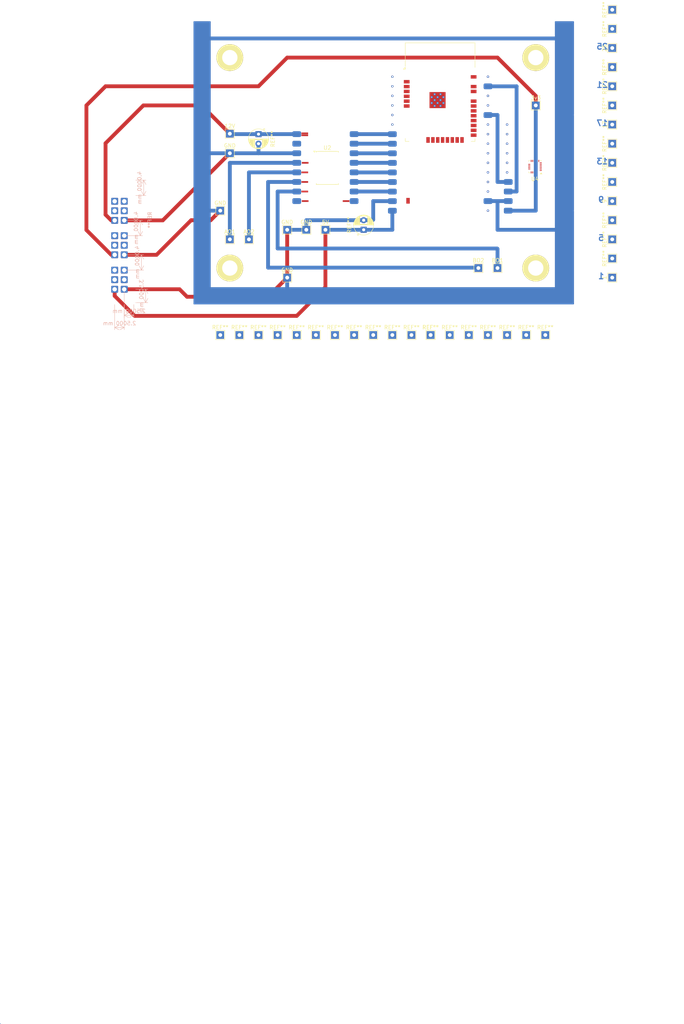
<source format=kicad_pcb>
(kicad_pcb (version 20240108) (generator "pcbnew") (generator_version "8.0")
  (layers (0 "F.Cu" signal) (31 "B.Cu" signal) (34 "B.Paste" user) (35 "F.Paste" user) (36 "B.SilkS" user "B.Silkscreen") (37 "F.SilkS" user "F.Silkscreen") (38 "B.Mask" user) (39 "F.Mask" user) (44 "Edge.Cuts" user))
  (net 0 "")
  (net 1 "PWMA")
  (net 2 "GND")
  (net 3 "PWMB")
  (net 9 "STBY")
  (net 14 "BIN2")
  (net 22 "BIN1")
  (net 24 "AIN2")
  (net 25 "AIN1")
  (net 28 "5V")
  (net 33 "SCL{slash}SCLK")
  (net 35 "SDA{slash}MOSI")
  (net 37 "AO2")
  (net 38 "AO1")
  (net 39 "BO2")
  (net 40 "12V")
  (net 41 "BO1")
  (net 45 "3v3")
  (footprint "TestPoint:TestPoint_THTPad_2.0x2.0mm_Drill1.0mm" (layer "F.Cu") (at 175 72.5 90)
    (property "Reference" "REF**" (at 0 -1.998 90) (layer "F.SilkS"))
    (property "Value" "TestPoint_THTPad_2.0x2.0mm_Drill1.0mm")
    (pad "1" thru_hole rect (at 0 0 90) (size 2 2) (drill 1) (layers "*.Cu" "*.Mask"))
  )
  (footprint "TestPoint:TestPoint_THTPad_2.0x2.0mm_Drill1.0mm" (layer "F.Cu") (at 102.5 102.5)
    (property "Reference" "REF**" (at 0 -1.998 0) (layer "F.SilkS"))
    (property "Value" "TestPoint_THTPad_2.0x2.0mm_Drill1.0mm")
    (pad "1" thru_hole rect (at 0 0) (size 2 2) (drill 1) (layers "*.Cu" "*.Mask"))
  )
  (footprint "TestPoint:TestPoint_THTPad_2.0x2.0mm_Drill1.0mm" (layer "F.Cu") (at 92.5 102.5)
    (property "Reference" "REF**" (at 0 -1.998 0) (layer "F.SilkS"))
    (property "Value" "TestPoint_THTPad_2.0x2.0mm_Drill1.0mm")
    (pad "1" thru_hole rect (at 0 0) (size 2 2) (drill 1) (layers "*.Cu" "*.Mask"))
  )
  (footprint "TestPoint:TestPoint_THTPad_2.0x2.0mm_Drill1.0mm" (layer "F.Cu") (at 175 47.5 90)
    (property "Reference" "17" (at 0 -1.998 90) (layer "F.SilkS"))
    (property "Value" "TestPoint_THTPad_2.0x2.0mm_Drill1.0mm")
    (pad "1" thru_hole rect (at 0 0 90) (size 2 2) (drill 1) (layers "*.Cu" "*.Mask"))
  )
  (footprint "TestPoint:TestPoint_THTPad_2.0x2.0mm_Drill1.0mm" (layer "F.Cu") (at 100 75)
    (property "Reference" "5V" (at 0 -1.998 0) (layer "F.SilkS"))
    (property "Value" "TestPoint_THTPad_2.0x2.0mm_Drill1.0mm")
    (pad "1" thru_hole rect (at 0 0) (size 2 2) (drill 1) (layers "*.Cu" "*.Mask") (net 28 "5V"))
  )
  (footprint "ProyectoTdL:UnTornillo" (layer "F.Cu") (at 75 85)
    (property "Reference" "XA1" (hide yes))
    (property "Value" "Conn_PonchoMP_2x_20x2" (hide yes))
    (pad "~" thru_hole circle (at 0 0) (size 7 7) (drill 4) (layers "*.Cu" "*.Mask" "F.SilkS"))
  )
  (footprint "TestPoint:TestPoint_THTPad_2.0x2.0mm_Drill1.0mm" (layer "F.Cu") (at 152.5 102.5)
    (property "Reference" "REF**" (at 0 -1.998 0) (layer "F.SilkS"))
    (property "Value" "TestPoint_THTPad_2.0x2.0mm_Drill1.0mm")
    (pad "1" thru_hole rect (at 0 0) (size 2 2) (drill 1) (layers "*.Cu" "*.Mask"))
  )
  (footprint "Capacitor_THT:CP_Radial_D5.0mm_P2.50mm" (layer "F.Cu") (at 82.5 50 -90)
    (property "Reference" "REF**" (at 1.25 -3.75 90) (layer "F.SilkS"))
    (property "Value" "CP_Radial_D5.0mm_P2.50mm")
    (pad "1" thru_hole rect (at 0 0 270) (size 1.6 1.6) (drill 0.8) (layers "*.Cu" "*.Mask") (net 40 "12V"))
    (pad "2" thru_hole circle (at 2.5 0 270) (size 1.6 1.6) (drill 0.8) (layers "*.Cu" "*.Mask") (net 2 "GND"))
  )
  (footprint "TestPoint:TestPoint_THTPad_2.0x2.0mm_Drill1.0mm" (layer "F.Cu") (at 175 27.5 90)
    (property "Reference" "25" (at 0 -1.998 90) (layer "F.SilkS"))
    (property "Value" "TestPoint_THTPad_2.0x2.0mm_Drill1.0mm" (hide yes))
    (pad "1" thru_hole rect (at 0 0 90) (size 2 2) (drill 1) (layers "*.Cu" "*.Mask"))
  )
  (footprint "TestPoint:TestPoint_THTPad_2.0x2.0mm_Drill1.0mm" (layer "F.Cu") (at 107.5 102.5)
    (property "Reference" "REF**" (at 0 -1.998 0) (layer "F.SilkS"))
    (property "Value" "TestPoint_THTPad_2.0x2.0mm_Drill1.0mm")
    (pad "1" thru_hole rect (at 0 0) (size 2 2) (drill 1) (layers "*.Cu" "*.Mask"))
  )
  (footprint "TestPoint:TestPoint_THTPad_2.0x2.0mm_Drill1.0mm" (layer "F.Cu") (at 175 77.5 90)
    (property "Reference" "REF**" (at 0 -1.998 90) (layer "F.SilkS"))
    (property "Value" "TestPoint_THTPad_2.0x2.0mm_Drill1.0mm")
    (pad "1" thru_hole rect (at 0 0 90) (size 2 2) (drill 1) (layers "*.Cu" "*.Mask"))
  )
  (footprint "TestPoint:TestPoint_THTPad_2.0x2.0mm_Drill1.0mm" (layer "F.Cu") (at 175 57.5 90)
    (property "Reference" "REF**" (at 0 -1.998 90) (layer "F.SilkS"))
    (property "Value" "TestPoint_THTPad_2.0x2.0mm_Drill1.0mm")
    (pad "1" thru_hole rect (at 0 0 90) (size 2 2) (drill 1) (layers "*.Cu" "*.Mask"))
  )
  (footprint "TestPoint:TestPoint_THTPad_2.0x2.0mm_Drill1.0mm" (layer "F.Cu") (at 175 67.5 90)
    (property "Reference" "9" (at 0 -1.998 90) (layer "F.SilkS"))
    (property "Value" "TestPoint_THTPad_2.0x2.0mm_Drill1.0mm")
    (pad "1" thru_hole rect (at 0 0 90) (size 2 2) (drill 1) (layers "*.Cu" "*.Mask"))
  )
  (footprint "TestPoint:TestPoint_THTPad_2.0x2.0mm_Drill1.0mm" (layer "F.Cu") (at 80 77.5)
    (property "Reference" "AO2" (at 0 -1.998 0) (layer "F.SilkS"))
    (property "Value" "TestPoint_THTPad_2.0x2.0mm_Drill1.0mm")
    (pad "1" thru_hole rect (at 0 0) (size 2 2) (drill 1) (layers "*.Cu" "*.Mask") (net 37 "AO2"))
  )
  (footprint "TestPoint:TestPoint_THTPad_2.0x2.0mm_Drill1.0mm" (layer "F.Cu") (at 175 22.5 90)
    (property "Reference" "REF**" (at 0 -1.998 90) (layer "F.SilkS"))
    (property "Value" "TestPoint_THTPad_2.0x2.0mm_Drill1.0mm" (hide yes))
    (pad "1" thru_hole rect (at 0 0 90) (size 2 2) (drill 1) (layers "*.Cu" "*.Mask"))
  )
  (footprint "ProyectoTdL:UnTornillo" (layer "F.Cu") (at 75 30)
    (property "Reference" "XA1" (hide yes))
    (property "Value" "Conn_PonchoMP_2x_20x2" (hide yes))
    (pad "~" thru_hole circle (at 0 0) (size 7 7) (drill 4) (layers "*.Cu" "*.Mask" "F.SilkS"))
  )
  (footprint "TestPoint:TestPoint_THTPad_2.0x2.0mm_Drill1.0mm" (layer "F.Cu") (at 87.5 102.5)
    (property "Reference" "REF**" (at 0 -1.998 0) (layer "F.SilkS"))
    (property "Value" "TestPoint_THTPad_2.0x2.0mm_Drill1.0mm")
    (pad "1" thru_hole rect (at 0 0) (size 2 2) (drill 1) (layers "*.Cu" "*.Mask"))
  )
  (footprint "TestPoint:TestPoint_THTPad_2.0x2.0mm_Drill1.0mm" (layer "F.Cu") (at 175 32.5 90)
    (property "Reference" "REF**" (at 0 -1.998 90) (layer "F.SilkS"))
    (property "Value" "TestPoint_THTPad_2.0x2.0mm_Drill1.0mm")
    (pad "1" thru_hole rect (at 0 0 90) (size 2 2) (drill 1) (layers "*.Cu" "*.Mask"))
  )
  (footprint "RF_Module:ESP32-WROOM-32" (layer "F.Cu") (at 130 42.01758)
    (property "Reference" "U1" (hide yes))
    (property "Value" "ESP32-WROOM-32")
    (pad "1" smd roundrect (at -12.5 25.5) (size 2.286 1.524) (layers "B.Cu" "B.Paste" "B.Mask") (net 2 "GND"))
    (pad "2" smd roundrect (at -12.5 28) (size 2.286 1.524) (layers "B.Cu" "B.Paste" "B.Mask") (net 28 "5V"))
    (pad "3" smd rect (at -8.75 -5.71) (size 1.5 0.9) (layers "F.Cu" "F.Paste" "F.Mask"))
    (pad "4" smd rect (at -8.75 -4.44) (size 1.5 0.9) (layers "F.Cu" "F.Paste" "F.Mask"))
    (pad "5" smd rect (at -8.75 -3.17) (size 1.5 0.9) (layers "F.Cu" "F.Paste" "F.Mask"))
    (pad "6" smd rect (at -8.75 -1.9) (size 1.5 0.9) (layers "F.Cu" "F.Paste" "F.Mask"))
    (pad "7" smd rect (at -8.75 -0.63) (size 1.5 0.9) (layers "F.Cu" "F.Paste" "F.Mask"))
    (pad "8" smd rect (at -8.75 0.64) (size 1.5 0.9) (layers "F.Cu" "F.Paste" "F.Mask"))
    (pad "9" smd roundrect (at -12.5 8) (size 2.286 1.524) (layers "B.Cu" "B.Paste" "B.Mask") (net 1 "PWMA"))
    (pad "10" smd roundrect (at -12.5 10.5) (size 2.286 1.524) (layers "B.Cu" "B.Paste" "B.Mask") (net 24 "AIN2"))
    (pad "11" smd roundrect (at -12.5 13) (size 2.286 1.524) (layers "B.Cu" "B.Paste" "B.Mask") (net 25 "AIN1"))
    (pad "12" smd roundrect (at -12.5 15.5) (size 2.286 1.524) (layers "B.Cu" "B.Paste" "B.Mask") (net 9 "STBY"))
    (pad "13" smd roundrect (at -12.5 18) (size 2.286 1.524) (layers "B.Cu" "B.Paste" "B.Mask") (net 22 "BIN1"))
    (pad "14" smd roundrect (at -12.5 20.5) (size 2.286 1.524) (layers "B.Cu" "B.Paste" "B.Mask") (net 14 "BIN2"))
    (pad "15" smd rect (at -8.4 25.4 90) (size 1.5 0.9) (layers "F.Cu" "F.Paste" "F.Mask") (net 2 "GND"))
    (pad "16" smd roundrect (at -12.5 23) (size 2.286 1.524) (layers "B.Cu" "B.Paste" "B.Mask") (net 3 "PWMB"))
    (pad "17" smd rect (at -3.17 9.51 90) (size 1.5 0.9) (layers "F.Cu" "F.Paste" "F.Mask"))
    (pad "18" smd rect (at -1.9 9.51 90) (size 1.5 0.9) (layers "F.Cu" "F.Paste" "F.Mask"))
    (pad "19" smd rect (at -0.63 9.51 90) (size 1.5 0.9) (layers "F.Cu" "F.Paste" "F.Mask"))
    (pad "20" smd rect (at 0.64 9.51 90) (size 1.5 0.9) (layers "F.Cu" "F.Paste" "F.Mask"))
    (pad "21" smd rect (at 1.91 9.51 90) (size 1.5 0.9) (layers "F.Cu" "F.Paste" "F.Mask"))
    (pad "22" smd rect (at 3.18 9.51 90) (size 1.5 0.9) (layers "F.Cu" "F.Paste" "F.Mask"))
    (pad "23" smd rect (at 4.45 9.51 90) (size 1.5 0.9) (layers "F.Cu" "F.Paste" "F.Mask"))
    (pad "24" smd rect (at 5.72 9.51 90) (size 1.5 0.9) (layers "F.Cu" "F.Paste" "F.Mask"))
    (pad "25" smd rect (at 8.75 8.26) (size 1.5 0.9) (layers "F.Cu" "F.Paste" "F.Mask"))
    (pad "26" smd rect (at 8.75 6.99) (size 1.5 0.9) (layers "F.Cu" "F.Paste" "F.Mask"))
    (pad "27" smd rect (at 8.75 5.72) (size 1.5 0.9) (layers "F.Cu" "F.Paste" "F.Mask"))
    (pad "28" smd rect (at 8.75 4.45) (size 1.5 0.9) (layers "F.Cu" "F.Paste" "F.Mask"))
    (pad "29" smd rect (at 8.75 3.18) (size 1.5 0.9) (layers "F.Cu" "F.Paste" "F.Mask"))
    (pad "30" smd rect (at 8.75 1.91) (size 1.5 0.9) (layers "F.Cu" "F.Paste" "F.Mask"))
    (pad "31" smd rect (at 8.75 0.64) (size 1.5 0.9) (layers "F.Cu" "F.Paste" "F.Mask"))
    (pad "32" smd rect (at 8.75 -0.63) (size 1.5 0.9) (layers "F.Cu" "F.Paste" "F.Mask"))
    (pad "33" smd roundrect (at 12.5 3) (size 2.286 1.524) (layers "B.Cu" "B.Paste" "B.Mask") (net 35 "SDA{slash}MOSI"))
    (pad "34" smd rect (at 8.75 -3.17) (size 1.5 0.9) (layers "F.Cu" "F.Paste" "F.Mask"))
    (pad "35" smd rect (at 8.75 -4.44) (size 1.5 0.9) (layers "F.Cu" "F.Paste" "F.Mask"))
    (pad "36" smd roundrect (at 12.5 -4.5) (size 2.286 1.524) (layers "B.Cu" "B.Paste" "B.Mask") (net 33 "SCL{slash}SCLK"))
    (pad "37" smd rect (at 8.75 -6.98) (size 1.5 0.9) (layers "F.Cu" "F.Paste" "F.Mask"))
    (pad "38" smd roundrect (at 12.5 25.4824) (size 2.286 1.524) (layers "B.Cu" "B.Paste" "B.Mask") (net 2 "GND"))
    (pad "39" smd rect (at -2.205 -2.435) (size 1.05 1.05) (layers "F.Cu" "F.Paste") (net 2 "GND"))
    (pad "39" thru_hole circle (at -2.205 -1.6725) (size 0.6 0.6) (drill 0.2) (property pad_prop_heatsink) (layers "*.Cu" "F.Mask") (net 2 "GND"))
    (pad "39" smd rect (at -2.205 -0.91) (size 1.05 1.05) (layers "F.Cu" "F.Paste") (net 2 "GND"))
    (pad "39" thru_hole circle (at -2.205 -0.1475) (size 0.6 0.6) (drill 0.2) (property pad_prop_heatsink) (layers "*.Cu" "F.Mask") (net 2 "GND"))
    (pad "39" smd rect (at -2.205 0.615) (size 1.05 1.05) (layers "F.Cu" "F.Paste") (net 2 "GND"))
    (pad "39" thru_hole circle (at -1.4425 -2.435) (size 0.6 0.6) (drill 0.2) (property pad_prop_heatsink) (layers "*.Cu" "F.Mask") (net 2 "GND"))
    (pad "39" thru_hole circle (at -1.4425 -0.91) (size 0.6 0.6) (drill 0.2) (property pad_prop_heatsink) (layers "*.Cu" "F.Mask") (net 2 "GND"))
    (pad "39" thru_hole circle (at -1.4425 0.615) (size 0.6 0.6) (drill 0.2) (property pad_prop_heatsink) (layers "*.Cu" "F.Mask") (net 2 "GND"))
    (pad "39" smd rect (at -0.68 -2.435) (size 1.05 1.05) (layers "F.Cu" "F.Paste") (net 2 "GND"))
    (pad "39" thru_hole circle (at -0.68 -1.6725) (size 0.6 0.6) (drill 0.2) (property pad_prop_heatsink) (layers "*.Cu" "F.Mask") (net 2 "GND"))
    (pad "39" smd rect (at -0.68 -0.91) (size 1.05 1.05) (layers "F.Cu" "F.Paste") (net 2 "GND"))
    (pad "39" smd rect (at -0.68 -0.91) (size 4.2 4.2) (layers "F.Cu" "F.Mask") (net 2 "GND"))
    (pad "39" thru_hole circle (at -0.68 -0.1475) (size 0.6 0.6) (drill 0.2) (property pad_prop_heatsink) (layers "*.Cu" "F.Mask") (net 2 "GND"))
    (pad "39" smd rect (at -0.68 0.615) (size 1.05 1.05) (layers "F.Cu" "F.Paste") (net 2 "GND"))
    (pad "39" thru_hole circle (at 0.0825 -2.435) (size 0.6 0.6) (drill 0.2) (property pad_prop_heatsink) (layers "*.Cu" "F.Mask") (net 2 "GND"))
    (pad "39" thru_hole circle (at 0.0825 -0.91) (size 0.6 0.6) (drill 0.2) (property pad_prop_heatsink) (layers "*.Cu" "F.Mask") (net 2 "GND"))
    (pad "39" thru_hole circle (at 0.0825 0.615) (size 0.6 0.6) (drill 0.2) (property pad_prop_heatsink) (layers "*.Cu" "F.Mask") (net 2 "GND"))
    (pad "39" smd rect (at 0.845 -2.435) (size 1.05 1.05) (layers "F.Cu" "F.Paste") (net 2 "GND"))
    (pad "39" thru_hole circle (at 0.845 -1.6725) (size 0.6 0.6) (drill 0.2) (property pad_prop_heatsink) (layers "*.Cu" "F.Mask") (net 2 "GND"))
    (pad "39" smd rect (at 0.845 -0.91) (size 1.05 1.05) (layers "F.Cu" "F.Paste") (net 2 "GND"))
    (pad "39" thru_hole circle (at 0.845 -0.1475) (size 0.6 0.6) (drill 0.2) (property pad_prop_heatsink) (layers "*.Cu" "F.Mask") (net 2 "GND"))
    (pad "39" smd rect (at 0.845 0.615) (size 1.05 1.05) (layers "F.Cu" "F.Paste") (net 2 "GND"))
  )
  (footprint "TestPoint:TestPoint_THTPad_2.0x2.0mm_Drill1.0mm" (layer "F.Cu") (at 75 49.89093)
    (property "Reference" "12V" (at 0 -1.998 0) (layer "F.SilkS"))
    (property "Value" "TestPoint_THTPad_2.0x2.0mm_Drill1.0mm")
    (pad "1" thru_hole rect (at 0 0) (size 2 2) (drill 1) (layers "*.Cu" "*.Mask") (net 40 "12V"))
  )
  (footprint "TestPoint:TestPoint_THTPad_2.0x2.0mm_Drill1.0mm" (layer "F.Cu") (at 90 75)
    (property "Reference" "GND" (at 0 -1.998 0) (layer "F.SilkS"))
    (property "Value" "TestPoint_THTPad_2.0x2.0mm_Drill1.0mm")
    (pad "1" thru_hole rect (at 0 0) (size 2 2) (drill 1) (layers "*.Cu" "*.Mask") (net 2 "GND"))
  )
  (footprint "TestPoint:TestPoint_THTPad_2.0x2.0mm_Drill1.0mm" (layer "F.Cu") (at 175 62.5 90)
    (property "Reference" "REF**" (at 0 -1.998 90) (layer "F.SilkS"))
    (property "Value" "TestPoint_THTPad_2.0x2.0mm_Drill1.0mm")
    (pad "1" thru_hole rect (at 0 0 90) (size 2 2) (drill 1) (layers "*.Cu" "*.Mask"))
  )
  (footprint "ProyectoTdL:UnTornillo" (layer "F.Cu") (at 155 30)
    (property "Reference" "XA1" (hide yes))
    (property "Value" "Conn_PonchoMP_2x_20x2" (hide yes))
    (pad "~" thru_hole circle (at 0 0) (size 7 7) (drill 4) (layers "*.Cu" "*.Mask" "F.SilkS"))
  )
  (footprint "TestPoint:TestPoint_THTPad_2.0x2.0mm_Drill1.0mm" (layer "F.Cu") (at 72.5 70)
    (property "Reference" "GND" (at 0 -1.998 0) (layer "F.SilkS"))
    (property "Value" "TestPoint_THTPad_2.0x2.0mm_Drill1.0mm")
    (pad "1" thru_hole rect (at 0 0) (size 2 2) (drill 1) (layers "*.Cu" "*.Mask") (net 2 "GND"))
  )
  (footprint "TestPoint:TestPoint_THTPad_2.0x2.0mm_Drill1.0mm" (layer "F.Cu") (at 72.5 102.5)
    (property "Reference" "REF**" (at 0 -1.998 0) (layer "F.SilkS"))
    (property "Value" "TestPoint_THTPad_2.0x2.0mm_Drill1.0mm")
    (pad "1" thru_hole rect (at 0 0) (size 2 2) (drill 1) (layers "*.Cu" "*.Mask"))
  )
  (footprint "TestPoint:TestPoint_THTPad_2.0x2.0mm_Drill1.0mm" (layer "F.Cu") (at 90 87.5)
    (property "Reference" "GND" (at 0 -1.998 0) (layer "F.SilkS"))
    (property "Value" "TestPoint_THTPad_2.0x2.0mm_Drill1.0mm")
    (pad "1" thru_hole rect (at 0 0) (size 2 2) (drill 1) (layers "*.Cu" "*.Mask") (net 2 "GND"))
  )
  (footprint "TestPoint:TestPoint_THTPad_2.0x2.0mm_Drill1.0mm" (layer "F.Cu") (at 75 55)
    (property "Reference" "GND" (at 0 -1.998 0) (layer "F.SilkS"))
    (property "Value" "TestPoint_THTPad_2.0x2.0mm_Drill1.0mm")
    (pad "1" thru_hole rect (at 0 0) (size 2 2) (drill 1) (layers "*.Cu" "*.Mask") (net 2 "GND"))
  )
  (footprint "Capacitor_THT:CP_Radial_D5.0mm_P2.50mm" (layer "F.Cu") (at 110 75 90)
    (property "Reference" "REF**" (at 1.25 -3.75 90) (layer "F.SilkS"))
    (property "Value" "CP_Radial_D5.0mm_P2.50mm")
    (pad "1" thru_hole rect (at 0 0 90) (size 1.6 1.6) (drill 0.8) (layers "*.Cu" "*.Mask" "Eco1.User") (net 28 "5V"))
    (pad "2" thru_hole circle (at 2.5 0 90) (size 1.6 1.6) (drill 0.8) (layers "*.Cu" "*.Mask") (net 2 "GND"))
  )
  (footprint "TestPoint:TestPoint_THTPad_2.0x2.0mm_Drill1.0mm" (layer "F.Cu") (at 127.5 102.5)
    (property "Reference" "REF**" (at 0 -1.998 0) (layer "F.SilkS"))
    (property "Value" "TestPoint_THTPad_2.0x2.0mm_Drill1.0mm")
    (pad "1" thru_hole rect (at 0 0) (size 2 2) (drill 1) (layers "*.Cu" "*.Mask"))
  )
  (footprint "TestPoint:TestPoint_THTPad_2.0x2.0mm_Drill1.0mm" (layer "F.Cu") (at 117.5 102.5)
    (property "Reference" "REF**" (at 0 -1.998 0) (layer "F.SilkS"))
    (property "Value" "TestPoint_THTPad_2.0x2.0mm_Drill1.0mm")
    (pad "1" thru_hole rect (at 0 0) (size 2 2) (drill 1) (layers "*.Cu" "*.Mask"))
  )
  (footprint "TestPoint:TestPoint_THTPad_2.0x2.0mm_Drill1.0mm" (layer "F.Cu") (at 97.5 102.5)
    (property "Reference" "REF**" (at 0 -1.998 0) (layer "F.SilkS"))
    (property "Value" "TestPoint_THTPad_2.0x2.0mm_Drill1.0mm")
    (pad "1" thru_hole rect (at 0 0) (size 2 2) (drill 1) (layers "*.Cu" "*.Mask"))
  )
  (footprint "TestPoint:TestPoint_THTPad_2.0x2.0mm_Drill1.0mm" (layer "F.Cu") (at 155 42.5)
    (property "Reference" "3v3" (at 0 -1.998 0) (layer "F.SilkS"))
    (property "Value" "TestPoint_THTPad_2.0x2.0mm_Drill1.0mm")
    (pad "1" thru_hole rect (at 0 0) (size 2 2) (drill 1) (layers "*.Cu" "*.Mask") (net 45 "3v3"))
  )
  (footprint "TestPoint:TestPoint_THTPad_2.0x2.0mm_Drill1.0mm" (layer "F.Cu") (at 175 82.5 90)
    (property "Reference" "REF**" (at 0 -1.998 90) (layer "F.SilkS"))
    (property "Value" "TestPoint_THTPad_2.0x2.0mm_Drill1.0mm")
    (pad "1" thru_hole rect (at 0 0 90) (size 2 2) (drill 1) (layers "*.Cu" "*.Mask"))
  )
  (footprint "TestPoint:TestPoint_THTPad_2.0x2.0mm_Drill1.0mm" (layer "F.Cu") (at 95 75)
    (property "Reference" "GND" (at 0 -1.998 0) (layer "F.SilkS"))
    (property "Value" "TestPoint_THTPad_2.0x2.0mm_Drill1.0mm")
    (pad "1" thru_hole rect (at 0 0) (size 2 2) (drill 1) (layers "*.Cu" "*.Mask") (net 2 "GND"))
  )
  (footprint "TestPoint:TestPoint_THTPad_2.0x2.0mm_Drill1.0mm" (layer "F.Cu") (at 122.5 102.5)
    (property "Reference" "REF**" (at 0 -1.998 0) (layer "F.SilkS"))
    (property "Value" "TestPoint_THTPad_2.0x2.0mm_Drill1.0mm")
    (pad "1" thru_hole rect (at 0 0) (size 2 2) (drill 1) (layers "*.Cu" "*.Mask"))
  )
  (footprint "Package_SO:SSOP-24_5.3x8.2mm_P0.65mm" (layer "F.Cu") (at 103.2 64.7)
    (property "Reference" "U2" (at -2.7 -11.125 0) (layer "F.SilkS"))
    (property "Value" "TB6612FNG")
    (pad "1" smd roundrect (at -10.7 -7.2) (size 2.286 1.524) (layers "B.Cu" "B.Paste" "B.Mask") (net 38 "AO1"))
    (pad "2" smd rect (at -8.5 -7.2) (size 1.75 0.45) (layers "F.Cu" "F.Paste" "F.Mask") (net 38 "AO1"))
    (pad "3" smd roundrect (at -10.7 2.8) (size 2.286 1.524) (layers "B.Cu" "B.Paste" "B.Mask") (net 2 "GND"))
    (pad "4" smd rect (at -8.5 2.8) (size 1.75 0.45) (layers "F.Cu" "F.Paste" "F.Mask") (net 2 "GND"))
    (pad "5" smd roundrect (at -10.7 -4.7) (size 2.286 1.524) (layers "B.Cu" "B.Paste" "B.Mask") (net 37 "AO2"))
    (pad "6" smd rect (at -8.6 -4.7) (size 1.75 0.45) (layers "F.Cu" "F.Paste" "F.Mask") (net 37 "AO2"))
    (pad "7" smd roundrect (at -10.7 -2.2) (size 2.286 1.524) (layers "B.Cu" "B.Paste" "B.Mask") (net 39 "BO2"))
    (pad "8" smd rect (at -8.6 -2.2) (size 1.75 0.45) (layers "F.Cu" "F.Paste" "F.Mask") (net 39 "BO2"))
    (pad "9" smd roundrect (at 4.3 2.8) (size 2.286 1.524) (layers "B.Cu" "B.Paste" "B.Mask") (net 2 "GND"))
    (pad "10" smd rect (at 2.2 2.8) (size 1.75 0.45) (layers "F.Cu" "F.Paste" "F.Mask") (net 2 "GND"))
    (pad "11" smd roundrect (at -10.7 0.3) (size 2.286 1.524) (layers "B.Cu" "B.Paste" "B.Mask") (net 41 "BO1"))
    (pad "12" smd rect (at -8.6 0.3) (size 1.75 0.45) (layers "F.Cu" "F.Paste" "F.Mask") (net 41 "BO1"))
    (pad "13" smd rect (at -8.6 -14.4) (size 1.75 0.45) (layers "F.Cu" "F.Paste" "F.Mask") (net 40 "12V"))
    (pad "14" smd rect (at -8.6 -14.9) (size 1.75 0.45) (layers "F.Cu" "F.Paste" "F.Mask") (net 40 "12V"))
    (pad "15" smd roundrect (at 4.3 0.3) (size 2.286 1.524) (layers "B.Cu" "B.Paste" "B.Mask") (net 3 "PWMB"))
    (pad "16" smd roundrect (at 4.3 -2.2) (size 2.286 1.524) (layers "B.Cu" "B.Paste" "B.Mask") (net 14 "BIN2"))
    (pad "17" smd roundrect (at 4.3 -4.7) (size 2.286 1.524) (layers "B.Cu" "B.Paste" "B.Mask") (net 22 "BIN1"))
    (pad "18" smd roundrect (at -10.7 -9.7) (size 2.286 1.524) (layers "B.Cu" "B.Paste" "B.Mask") (net 2 "GND"))
    (pad "19" smd roundrect (at 4.3 -7.2) (size 2.286 1.524) (layers "B.Cu" "B.Paste" "B.Mask") (net 9 "STBY"))
    (pad "20" smd roundrect (at -10.7 -12.2) (size 2.286 1.524) (layers "B.Cu" "B.Paste" "B.Mask"))
    (pad "21" smd roundrect (at 4.3 -9.7) (size 2.286 1.524) (layers "B.Cu" "B.Paste" "B.Mask") (net 25 "AIN1"))
    (pad "22" smd roundrect (at 4.3 -12.2) (size 2.286 1.524) (layers "B.Cu" "B.Paste" "B.Mask") (net 24 "AIN2"))
    (pad "23" smd roundrect (at 4.3 -14.7) (size 2.286 1.524) (layers "B.Cu" "B.Paste" "B.Mask") (net 1 "PWMA"))
    (pad "24" smd roundrect (at -10.7 -14.7) (size 2.286 1.524) (layers "B.Cu" "B.Paste" "B.Mask") (net 40 "12V"))
  )
  (footprint "TestPoint:TestPoint_THTPad_2.0x2.0mm_Drill1.0mm" (layer "F.Cu") (at 140 85)
    (property "Reference" "BO2" (at 0 -1.998 0) (layer "F.SilkS"))
    (property "Value" "TestPoint_THTPad_2.0x2.0mm_Drill1.0mm")
    (pad "1" thru_hole rect (at 0 0) (size 2 2) (drill 1) (layers "*.Cu" "*.Mask") (net 39 "BO2"))
  )
  (footprint "TestPoint:TestPoint_THTPad_2.0x2.0mm_Drill1.0mm" (layer "F.Cu") (at 132.5 102.5)
    (property "Reference" "REF**" (at 0 -1.998 0) (layer "F.SilkS"))
    (property "Value" "TestPoint_THTPad_2.0x2.0mm_Drill1.0mm")
    (pad "1" thru_hole rect (at 0 0) (size 2 2) (drill 1) (layers "*.Cu" "*.Mask"))
  )
  (footprint "ProyectoTdL:UnTornillo" (layer "F.Cu") (at 155 85)
    (property "Reference" "XA1" (hide yes))
    (property "Value" "Conn_PonchoMP_2x_20x2" (hide yes))
    (pad "~" thru_hole circle (at 0 0) (size 7 7) (drill 4) (layers "*.Cu" "*.Mask" "F.SilkS"))
  )
  (footprint "TestPoint:TestPoint_THTPad_2.0x2.0mm_Drill1.0mm" (layer "F.Cu") (at 127.5 102.5)
    (property "Reference" "REF**" (at 0 -1.998 0) (layer "F.SilkS"))
    (property "Value" "TestPoint_THTPad_2.0x2.0mm_Drill1.0mm")
    (pad "1" thru_hole rect (at 0 0) (size 2 2) (drill 1) (layers "*.Cu" "*.Mask"))
  )
  (footprint "TestPoint:TestPoint_THTPad_2.0x2.0mm_Drill1.0mm" (layer "F.Cu") (at 147.5 102.5)
    (property "Reference" "REF**" (at 0 -1.998 0) (layer "F.SilkS"))
    (property "Value" "TestPoint_THTPad_2.0x2.0mm_Drill1.0mm")
    (pad "1" thru_hole rect (at 0 0) (size 2 2) (drill 1) (layers "*.Cu" "*.Mask"))
  )
  (footprint "TestPoint:TestPoint_THTPad_2.0x2.0mm_Drill1.0mm" (layer "F.Cu") (at 112.5 102.5)
    (property "Reference" "REF**" (at 0 -1.998 0) (layer "F.SilkS"))
    (property "Value" "TestPoint_THTPad_2.0x2.0mm_Drill1.0mm")
    (pad "1" thru_hole rect (at 0 0) (size 2 2) (drill 1) (layers "*.Cu" "*.Mask"))
  )
  (footprint "TestPoint:TestPoint_THTPad_2.0x2.0mm_Drill1.0mm" (layer "F.Cu") (at 157.5 102.5)
    (property "Reference" "REF**" (at 0 -1.998 0) (layer "F.SilkS"))
    (property "Value" "TestPoint_THTPad_2.0x2.0mm_Drill1.0mm")
    (pad "1" thru_hole rect (at 0 0) (size 2 2) (drill 1) (layers "*.Cu" "*.Mask"))
  )
  (footprint "TestPoint:TestPoint_THTPad_2.0x2.0mm_Drill1.0mm" (layer "F.Cu") (at 175 32.5 90)
    (property "Reference" "REF**" (at 0 -1.998 90) (layer "F.SilkS"))
    (property "Value" "TestPoint_THTPad_2.0x2.0mm_Drill1.0mm")
    (pad "1" thru_hole rect (at 0 0 90) (size 2 2) (drill 1) (layers "*.Cu" "*.Mask"))
  )
  (footprint "TestPoint:TestPoint_THTPad_2.0x2.0mm_Drill1.0mm" (layer "F.Cu") (at 175 52.5 90)
    (property "Reference" "REF**" (at 0 -1.998 90) (layer "F.SilkS"))
    (property "Value" "TestPoint_THTPad_2.0x2.0mm_Drill1.0mm")
    (pad "1" thru_hole rect (at 0 0 90) (size 2 2) (drill 1) (layers "*.Cu" "*.Mask"))
  )
  (footprint "Sensor_Motion:InvenSense_QFN-24_3x3mm_P0.4mm" (layer "F.Cu") (at 154.8 58.5 180)
    (property "Reference" "U4" (at 0 -3.25 0) (layer "F.SilkS"))
    (property "Value" "MPU-9250")
    (pad "1" smd roundrect (at -1.5 -1 180) (size 0.55 0.2) (layers "F.Cu" "F.Paste" "F.Mask"))
    (pad "2" smd roundrect (at -1.5 -0.6 180) (size 0.55 0.2) (layers "F.Cu" "F.Paste" "F.Mask"))
    (pad "3" smd roundrect (at -1.5 -0.2 180) (size 0.55 0.2) (layers "F.Cu" "F.Paste" "F.Mask"))
    (pad "4" smd roundrect (at -1.5 0.2 180) (size 0.55 0.2) (layers "F.Cu" "F.Paste" "F.Mask"))
    (pad "5" smd roundrect (at -1.5 0.6 180) (size 0.55 0.2) (layers "F.Cu" "F.Paste" "F.Mask"))
    (pad "6" smd roundrect (at -1.5 1 180) (size 0.55 0.2) (layers "F.Cu" "F.Paste" "F.Mask"))
    (pad "7" smd roundrect (at -1 1.5 270) (size 0.55 0.2) (layers "F.Cu" "F.Paste" "F.Mask"))
    (pad "8" smd roundrect (at -0.6 1.5 270) (size 0.55 0.2) (layers "F.Cu" "F.Paste" "F.Mask"))
    (pad "9" smd roundrect (at -0.2 1.5 270) (size 0.55 0.2) (layers "F.Cu" "F.Paste" "F.Mask"))
    (pad "10" smd roundrect (at 0.2 1.5 270) (size 0.55 0.2) (layers "F.Cu" "F.Paste" "F.Mask"))
    (pad "11" smd roundrect (at 0.6 1.5 270) (size 0.55 0.2) (layers "F.Cu" "F.Paste" "F.Mask"))
    (pad "12" smd roundrect (at 1 1.5 270) (size 0.55 0.2) (layers "F.Cu" "F.Paste" "F.Mask"))
    (pad "13" smd roundrect (at 7 -11.5 180) (size 2.286 1.524) (layers "B.Cu" "B.Paste" "B.Mask") (net 45 "3v3"))
    (pad "14" smd roundrect (at 1.5 0.6 180) (size 0.55 0.2) (layers "F.Cu" "F.Paste" "F.Mask"))
    (pad "15" smd roundrect (at 1.5 0.2 180) (size 0.55 0.2) (layers "F.Cu" "F.Paste" "F.Mask"))
    (pad "16" smd roundrect (at 1.5 -0.2 180) (size 0.55 0.2) (layers "F.Cu" "F.Paste" "F.Mask"))
    (pad "17" smd roundrect (at 1.5 -0.6 180) (size 0.55 0.2) (layers "F.Cu" "F.Paste" "F.Mask"))
    (pad "18" smd roundrect (at 7 -9 180) (size 2.286 1.524) (layers "B.Cu" "B.Paste" "B.Mask") (net 2 "GND"))
    (pad "19" smd roundrect (at 1 -1.5 270) (size 0.55 0.2) (layers "F.Cu" "F.Paste" "F.Mask"))
    (pad "20" smd roundrect (at 0.6 -1.5 270) (size 0.55 0.2) (layers "F.Cu" "F.Paste" "F.Mask"))
    (pad "21" smd roundrect (at 0.2 -1.5 270) (size 0.55 0.2) (layers "F.Cu" "F.Paste" "F.Mask"))
    (pad "22" smd roundrect (at -0.2 -1.5 270) (size 0.55 0.2) (layers "F.Cu" "F.Paste" "F.Mask"))
    (pad "23" smd roundrect (at 7 -6.5 180) (size 2.286 1.524) (layers "B.Cu" "B.Paste" "B.Mask") (net 33 "SCL{slash}SCLK"))
    (pad "24" smd roundrect (at 7 -4 180) (size 2.286 1.524) (layers "B.Cu" "B.Paste" "B.Mask") (net 35 "SDA{slash}MOSI"))
  )
  (footprint "TestPoint:TestPoint_THTPad_2.0x2.0mm_Drill1.0mm" (layer "F.Cu") (at 142.5 102.5)
    (property "Reference" "REF**" (at 0 -1.998 0) (layer "F.SilkS"))
    (property "Value" "TestPoint_THTPad_2.0x2.0mm_Drill1.0mm")
    (pad "1" thru_hole rect (at 0 0) (size 2 2) (drill 1) (layers "*.Cu" "*.Mask"))
  )
  (footprint "TestPoint:TestPoint_THTPad_2.0x2.0mm_Drill1.0mm" (layer "F.Cu") (at 75 77.5)
    (property "Reference" "AO1" (at 0 -1.998 0) (layer "F.SilkS"))
    (property "Value" "TestPoint_THTPad_2.0x2.0mm_Drill1.0mm")
    (pad "1" thru_hole rect (at 0 0) (size 2 2) (drill 1) (layers "*.Cu" "*.Mask") (net 38 "AO1"))
  )
  (footprint "TestPoint:TestPoint_THTPad_2.0x2.0mm_Drill1.0mm" (layer "F.Cu") (at 175 17.5 90)
    (property "Reference" "REF**" (at 0 -1.998 90) (layer "F.SilkS"))
    (property "Value" "TestPoint_THTPad_2.0x2.0mm_Drill1.0mm" (hide yes))
    (pad "1" thru_hole rect (at 0 0 90) (size 2 2) (drill 1) (layers "*.Cu" "*.Mask"))
  )
  (footprint "TestPoint:TestPoint_THTPad_2.0x2.0mm_Drill1.0mm" (layer "F.Cu") (at 145 85)
    (property "Reference" "BO1" (at 0 -1.998 0) (layer "F.SilkS"))
    (property "Value" "TestPoint_THTPad_2.0x2.0mm_Drill1.0mm")
    (pad "1" thru_hole rect (at 0 0) (size 2 2) (drill 1) (layers "*.Cu" "*.Mask") (net 41 "BO1"))
  )
  (footprint "TestPoint:TestPoint_THTPad_2.0x2.0mm_Drill1.0mm" (layer "F.Cu") (at 82.5 102.5)
    (property "Reference" "REF**" (at 0 -1.998 0) (layer "F.SilkS"))
    (property "Value" "TestPoint_THTPad_2.0x2.0mm_Drill1.0mm")
    (pad "1" thru_hole rect (at 0 0) (size 2 2) (drill 1) (layers "*.Cu" "*.Mask"))
  )
  (footprint "TestPoint:TestPoint_THTPad_2.0x2.0mm_Drill1.0mm" (layer "F.Cu") (at 175 42.5 90)
    (property "Reference" "REF**" (at 0 -1.998 90) (layer "F.SilkS"))
    (property "Value" "TestPoint_THTPad_2.0x2.0mm_Drill1.0mm")
    (pad "1" thru_hole rect (at 0 0 90) (size 2 2) (drill 1) (layers "*.Cu" "*.Mask"))
  )
  (footprint "TestPoint:TestPoint_THTPad_2.0x2.0mm_Drill1.0mm" (layer "F.Cu") (at 175 87.5 90)
    (property "Reference" "1" (at 0 -1.998 90) (layer "F.SilkS"))
    (property "Value" "TestPoint_THTPad_2.0x2.0mm_Drill1.0mm")
    (pad "1" thru_hole rect (at 0 0 90) (size 2 2) (drill 1) (layers "*.Cu" "*.Mask"))
  )
  (footprint "TestPoint:TestPoint_THTPad_2.0x2.0mm_Drill1.0mm" (layer "F.Cu") (at 77.5 102.5)
    (property "Reference" "REF**" (at 0 -1.998 0) (layer "F.SilkS"))
    (property "Value" "TestPoint_THTPad_2.0x2.0mm_Drill1.0mm")
    (pad "1" thru_hole rect (at 0 0) (size 2 2) (drill 1) (layers "*.Cu" "*.Mask"))
  )
  (footprint "TestPoint:TestPoint_THTPad_2.0x2.0mm_Drill1.0mm" (layer "F.Cu") (at 137.5 102.5)
    (property "Reference" "REF**" (at 0 -1.998 0) (layer "F.SilkS"))
    (property "Value" "TestPoint_THTPad_2.0x2.0mm_Drill1.0mm")
    (pad "1" thru_hole rect (at 0 0) (size 2 2) (drill 1) (layers "*.Cu" "*.Mask"))
  )
  (footprint "TestPoint:TestPoint_THTPad_2.0x2.0mm_Drill1.0mm" (layer "F.Cu") (at 175 37.5 90)
    (property "Reference" "REF**" (at 0 -1.998 90) (layer "F.SilkS"))
    (property "Value" "TestPoint_THTPad_2.0x2.0mm_Drill1.0mm")
    (pad "1" thru_hole rect (at 0 0 90) (size 2 2) (drill 1) (layers "*.Cu" "*.Mask"))
  )
  (footprint "TerminalBlock:TerminalBlock_Xinya_XY308-2.54-18P_1x18_P2.54mm_Horizontal" (layer "B.Cu") (at 49.8875 94.04093 90)
    (property "Reference" "REF**" (at 21.59 4.22 -90) (layer "B.SilkS") (effects (justify mirror)))
    (property "Value" "TerminalBlock_Xinya_XY308-2.54-18P_1x18_P2.54mm_Horizontal")
    (pad "1" thru_hole roundrect (at 3.5 -2.5 90) (size 1.8 1.8) (drill 1.143) (layers "*.Cu" "B.Mask") (roundrect_rratio 0.1093613298) (net 2 "GND"))
    (pad "2" thru_hole roundrect (at 6 -2.5 90) (size 1.8 1.8) (drill 1.143) (layers "*.Cu" "*.Mask") (roundrect_rratio 0.1093613298))
    (pad "3" thru_hole roundrect (at 8.5 -2.5 90) (size 1.8 1.8) (drill 1.143) (layers "*.Cu" "*.Mask") (roundrect_rratio 0.1093613298))
    (pad "4" thru_hole roundrect (at 3.5 -5 90) (size 1.8 1.8) (drill 1.143) (layers "*.Cu" "*.Mask") (roundrect_rratio 0.1093613298) (net 28 "5V"))
    (pad "5" thru_hole roundrect (at 6 -5 90) (size 1.8 1.8) (drill 1.143) (layers "*.Cu" "*.Mask") (roundrect_rratio 0.1093613298))
    (pad "6" thru_hole roundrect (at 8.5 -5 90) (size 1.8 1.8) (drill 1.143) (layers "*.Cu" "*.Mask") (roundrect_rratio 0.1093613298))
    (pad "7" thru_hole roundrect (at 12.5 -2.5 90) (size 1.8 1.8) (drill 1.143) (layers "*.Cu" "*.Mask") (roundrect_rratio 0.1093613298) (net 2 "GND"))
    (pad "8" thru_hole roundrect (at 15 -2.5 90) (size 1.8 1.8) (drill 1.143) (layers "*.Cu" "*.Mask") (roundrect_rratio 0.1093613298))
    (pad "9" thru_hole roundrect (at 17.5 -2.5 90) (size 1.8 1.8) (drill 1.143) (layers "*.Cu" "*.Mask") (roundrect_rratio 0.1093613298))
    (pad "10" thru_hole roundrect (at 12.5 -5 90) (size 1.8 1.8) (drill 1.143) (layers "*.Cu" "*.Mask") (roundrect_rratio 0.1093613298) (net 45 "3v3"))
    (pad "11" thru_hole roundrect (at 15 -5 90) (size 1.8 1.8) (drill 1.143) (layers "*.Cu" "*.Mask") (roundrect_rratio 0.1093613298))
    (pad "12" thru_hole roundrect (at 17.5 -5 90) (size 1.8 1.8) (drill 1.143) (layers "*.Cu" "*.Mask") (roundrect_rratio 0.1093613298))
    (pad "13" thru_hole roundrect (at 21.5 -2.5 90) (size 1.8 1.8) (drill 1.143) (layers "*.Cu" "*.Mask") (roundrect_rratio 0.1093613298) (net 2 "GND"))
    (pad "14" thru_hole roundrect (at 24 -2.5 90) (size 1.8 1.8) (drill 1.143) (layers "*.Cu" "*.Mask") (roundrect_rratio 0.1093613298))
    (pad "15" thru_hole roundrect (at 26.5 -2.5 90) (size 1.8 1.8) (drill 1.143) (layers "*.Cu" "*.Mask") (roundrect_rratio 0.1093613298))
    (pad "16" thru_hole roundrect (at 21.5 -5 90) (size 1.8 1.8) (drill 1.143) (layers "*.Cu" "*.Mask") (roundrect_rratio 0.1093613298) (net 40 "12V"))
    (pad "17" thru_hole roundrect (at 24 -5 90) (size 1.8 1.8) (drill 1.143) (layers "*.Cu" "*.Mask") (roundrect_rratio 0.1093613298))
    (pad "18" thru_hole roundrect (at 26.5 -5 90) (size 1.8 1.8) (drill 1.143) (layers "*.Cu" "*.Mask") (roundrect_rratio 0.1093613298))
  )
  (gr_line (start 15 282.5) (end 15 282.5) (stroke (width 0.2)) (layer "B.Cu"))
  (gr_text "5\n" (at 173 78 0) (layer "B.Cu") (effects (font (size 1.5 1.5) (thickness 0.3) (bold yes)) (justify left bottom mirror)))
  (gr_text "21\n" (at 174 38 0) (layer "B.Cu") (effects (font (size 1.5 1.5) (thickness 0.3) (bold yes)) (justify left bottom mirror)))
  (gr_text "13\n" (at 174 58 0) (layer "B.Cu") (effects (font (size 1.5 1.5) (thickness 0.3) (bold yes)) (justify left bottom mirror)))
  (gr_text "9\n" (at 173 68 0) (layer "B.Cu") (effects (font (size 1.5 1.5) (thickness 0.3) (bold yes)) (justify left bottom mirror)))
  (gr_text "1" (at 173 88 0) (layer "B.Cu") (effects (font (size 1.5 1.5) (thickness 0.3) (bold yes)) (justify left bottom mirror)))
  (gr_text "17\n" (at 174 48 0) (layer "B.Cu") (effects (font (size 1.5 1.5) (thickness 0.3) (bold yes)) (justify left bottom mirror)))
  (gr_text "25" (at 174 28 0) (layer "B.Cu") (effects (font (size 1.5 1.5) (thickness 0.3) (bold yes)) (justify left bottom mirror)))
  (via (at 142.5 57.5) (size 0.6) (drill 0.3) (layers "F.Cu" "B.Cu") (net 0))
  (via (at 147.5 47.5) (size 0.6) (drill 0.3) (layers "F.Cu" "B.Cu") (net 0))
  (via (at 117.5 35) (size 0.6) (drill 0.3) (layers "F.Cu" "B.Cu") (net 0))
  (via (at 147.5 52.5) (size 0.6) (drill 0.3) (layers "F.Cu" "B.Cu") (net 0))
  (via (at 147.5 55) (size 0.6) (drill 0.3) (layers "F.Cu" "B.Cu") (net 0))
  (via (at 142.5 40) (size 0.6) (drill 0.3) (layers "F.Cu" "B.Cu") (net 0))
  (via (at 142.5 50) (size 0.6) (drill 0.3) (layers "F.Cu" "B.Cu") (net 0))
  (via (at 117.5 45) (size 0.6) (drill 0.3) (layers "F.Cu" "B.Cu") (net 0))
  (via (at 142.5 47.5) (size 0.6) (drill 0.3) (layers "F.Cu" "B.Cu") (net 0))
  (via (at 117.5 40) (size 0.6) (drill 0.3) (layers "F.Cu" "B.Cu") (net 0))
  (via (at 117.5 37.5) (size 0.6) (drill 0.3) (layers "F.Cu" "B.Cu") (net 0))
  (via (at 117.5 47.5) (size 0.6) (drill 0.3) (layers "F.Cu" "B.Cu") (net 0))
  (via (at 142.5 70) (size 0.6) (drill 0.3) (layers "F.Cu" "B.Cu") (net 0))
  (via (at 117.5 42.5) (size 0.6) (drill 0.3) (layers "F.Cu" "B.Cu") (net 0))
  (via (at 142.5 65) (size 0.6) (drill 0.3) (layers "F.Cu" "B.Cu") (net 0))
  (via (at 142.5 52.5) (size 0.6) (drill 0.3) (layers "F.Cu" "B.Cu") (net 0))
  (via (at 142.5 60) (size 0.6) (drill 0.3) (layers "F.Cu" "B.Cu") (net 0))
  (via (at 142.5 62.5) (size 0.6) (drill 0.3) (layers "F.Cu" "B.Cu") (net 0))
  (via (at 142.5 42.5) (size 0.6) (drill 0.3) (layers "F.Cu" "B.Cu") (net 0))
  (via (at 142.5 55) (size 0.6) (drill 0.3) (layers "F.Cu" "B.Cu") (net 0))
  (via (at 147.5 60) (size 0.6) (drill 0.3) (layers "F.Cu" "B.Cu") (net 0))
  (via (at 147.5 57.5) (size 0.6) (drill 0.3) (layers "F.Cu" "B.Cu") (net 0))
  (via (at 142.5 35) (size 0.6) (drill 0.3) (layers "F.Cu" "B.Cu") (net 0))
  (via (at 147.5 50) (size 0.6) (drill 0.3) (layers "F.Cu" "B.Cu") (net 0))
  (segment (start 107.5 50) (end 117.48242 50) (width 1) (layer "B.Cu") (net 1))
  (segment (start 117.48242 50) (end 117.5 50.01758) (width 1) (layer "B.Cu") (net 1))
  (segment (start 90 75) (end 90 87.5) (width 1) (layer "F.Cu") (net 2))
  (segment (start 47.3875 72.54093) (end 57.45907 72.54093) (width 1) (layer "F.Cu") (net 2))
  (segment (start 47.3875 81.54093) (end 55.85 81.54093) (width 1) (layer "F.Cu") (net 2))
  (segment (start 85 92.5) (end 90 87.5) (width 1) (layer "F.Cu") (net 2))
  (segment (start 55.85 81.54093) (end 64.89093 72.5) (width 1) (layer "F.Cu") (net 2))
  (segment (start 64.89093 72.5) (end 70 72.5) (width 1) (layer "F.Cu") (net 2))
  (segment (start 61.85 90.54093) (end 63.80907 92.5) (width 1) (layer "F.Cu") (net 2))
  (segment (start 70 72.5) (end 72.5 70) (width 1) (layer "F.Cu") (net 2))
  (segment (start 57.45907 72.54093) (end 75 55) (width 1) (layer "F.Cu") (net 2))
  (segment (start 63.80907 92.5) (end 85 92.5) (width 1) (layer "F.Cu") (net 2))
  (segment (start 47.3875 90.54093) (end 61.85 90.54093) (width 1) (layer "F.Cu") (net 2))
  (segment (start 75 55) (end 82.5 55) (width 1) (layer "B.Cu") (net 2))
  (segment (start 82.5 55) (end 82.5 52.5) (width 1) (layer "B.Cu") (net 2))
  (segment (start 112.345816 72.5) (end 110 72.5) (width 1) (layer "B.Cu") (net 2))
  (segment (start 95 72.5) (end 95 75) (width 1) (layer "B.Cu") (net 2))
  (segment (start 67.5 70) (end 72.5 70) (width 1) (layer "B.Cu") (net 2))
  (segment (start 144.99998 67.49998) (end 145 67.5) (width 1) (layer "B.Cu") (net 2))
  (segment (start 92.51758 55.01758) (end 92.5 55) (width 1) (layer "B.Cu") (net 2))
  (segment (start 162.5 25) (end 67.5 25) (width 1) (layer "B.Cu") (net 2))
  (segment (start 75 55) (end 67.5 55) (width 1) (layer "B.Cu") (net 2))
  (segment (start 117.5 67.51758) (end 112.51758 67.51758) (width 1) (layer "B.Cu") (net 2))
  (segment (start 145 67.5) (end 147.8 67.5) (width 1) (layer "B.Cu") (net 2))
  (segment (start 145 75) (end 162.5 75) (width 1) (layer "B.Cu") (net 2))
  (segment (start 82.5 55) (end 92.5 55) (width 1) (layer "B.Cu") (net 2))
  (segment (start 112.5 67.5) (end 112.5 72.345816) (width 1) (layer "B.Cu") (net 2))
  (segment (start 142.5 67.49998) (end 144.99998 67.49998) (width 1) (layer "B.Cu") (net 2))
  (segment (start 90 87.5) (end 90 92.5) (width 1) (layer "B.Cu") (net 2))
  (segment (start 110 72.5) (end 95 72.5) (width 1) (layer "B.Cu") (net 2))
  (segment (start 112.5 72.345816) (end 112.345816 72.5) (width 1) (layer "B.Cu") (net 2))
  (segment (start 95 75) (end 90 75) (width 1) (layer "B.Cu") (net 2))
  (segment (start 145 67.5) (end 145 75) (width 1) (layer "B.Cu") (net 2))
  (segment (start 112.51758 67.51758) (end 112.5 67.5) (width 1) (layer "B.Cu") (net 2))
  (segment (start 107.5 65) (end 117.48242 65) (width 1) (layer "B.Cu") (net 3))
  (segment (start 117.48242 65) (end 117.5 65.01758) (width 1) (layer "B.Cu") (net 3))
  (segment (start 117.48242 57.5) (end 117.5 57.51758) (width 1) (layer "B.Cu") (net 9))
  (segment (start 107.5 57.5) (end 117.48242 57.5) (width 1) (layer "B.Cu") (net 9))
  (segment (start 117.48242 62.5) (end 117.5 62.51758) (width 1) (layer "B.Cu") (net 14))
  (segment (start 107.5 62.5) (end 117.48242 62.5) (width 1) (layer "B.Cu") (net 14))
  (segment (start 117.5 60.01758) (end 107.51758 60.01758) (width 1) (layer "B.Cu") (net 22))
  (segment (start 107.51758 60.01758) (end 107.5 60) (width 1) (layer "B.Cu") (net 22))
  (segment (start 117.48242 52.5) (end 117.5 52.51758) (width 1) (layer "B.Cu") (net 24))
  (segment (start 107.5 52.5) (end 117.48242 52.5) (width 1) (layer "B.Cu") (net 24))
  (segment (start 107.51758 55.01758) (end 107.5 55) (width 1) (layer "B.Cu") (net 25))
  (segment (start 117.5 55.01758) (end 107.51758 55.01758) (width 1) (layer "B.Cu") (net 25))
  (segment (start 44.8875 90.54093) (end 44.8875 92.27843) (width 1) (layer "F.Cu") (net 28))
  (segment (start 92.505539 97.494461) (end 100 90) (width 1) (layer "F.Cu") (net 28))
  (segment (start 44.8875 92.27843) (end 50.103531 97.494461) (width 1) (layer "F.Cu") (net 28))
  (segment (start 50.103531 97.494461) (end 92.505539 97.494461) (width 1) (layer "F.Cu") (net 28))
  (segment (start 100 90) (end 100 75) (width 1) (layer "F.Cu") (net 28))
  (segment (start 110 75) (end 100 75) (width 1) (layer "B.Cu") (net 28))
  (segment (start 117.5 70.01758) (end 117.5 75) (width 1) (layer "B.Cu") (net 28))
  (segment (start 110 75) (end 109.89093 74.89093) (width 1) (layer "B.Cu") (net 28))
  (segment (start 117.5 75) (end 110 75) (width 1) (layer "B.Cu") (net 28))
  (segment (start 149.98242 65) (end 147.8 65) (width 1) (layer "B.Cu") (net 33))
  (segment (start 149.98242 37.51758) (end 150 37.5) (width 1) (layer "B.Cu") (net 33))
  (segment (start 149.98242 37.51758) (end 149.98242 65) (width 1) (layer "B.Cu") (net 33))
  (segment (start 142.5 37.51758) (end 149.98242 37.51758) (width 1) (layer "B.Cu") (net 33))
  (segment (start 142.51758 45) (end 145 45) (width 1) (layer "B.Cu") (net 35))
  (segment (start 145 62.5) (end 147.8 62.5) (width 1) (layer "B.Cu") (net 35))
  (segment (start 142.5 45.01758) (end 142.51758 45) (width 1) (layer "B.Cu") (net 35))
  (segment (start 145 45) (end 145 62.5) (width 1) (layer "B.Cu") (net 35))
  (segment (start 80 60) (end 92.5 60) (width 1) (layer "B.Cu") (net 37))
  (segment (start 92.51758 60.01758) (end 92.5 60) (width 1) (layer "B.Cu") (net 37))
  (segment (start 80 60) (end 80 77.5) (width 1) (layer "B.Cu") (net 37))
  (segment (start 75 57.5) (end 75 77.5) (width 1) (layer "B.Cu") (net 38))
  (segment (start 75 57.5) (end 92.5 57.5) (width 1) (layer "B.Cu") (net 38))
  (segment (start 85 84.89093) (end 139.89093 84.89093) (width 1) (layer "B.Cu") (net 39))
  (segment (start 92.5 62.5) (end 85 62.5) (width 1) (layer "B.Cu") (net 39))
  (segment (start 85 62.5) (end 85 84.89093) (width 1) (layer "B.Cu") (net 39))
  (segment (start 139.89093 84.89093) (end 140 85) (width 1) (layer "B.Cu") (net 39))
  (segment (start 43.9875 72.54093) (end 42.5 71.05343) (width 1) (layer "F.Cu") (net 40))
  (segment (start 42.5 52.39093) (end 52.39093 42.5) (width 1) (layer "F.Cu") (net 40))
  (segment (start 42.5 71.05343) (end 42.5 52.39093) (width 1) (layer "F.Cu") (net 40))
  (segment (start 67.60907 42.5) (end 75 49.89093) (width 1) (layer "F.Cu") (net 40))
  (segment (start 44.8875 72.54093) (end 43.9875 72.54093) (width 1) (layer "F.Cu") (net 40))
  (segment (start 52.39093 42.5) (end 67.60907 42.5) (width 1) (layer "F.Cu") (net 40))
  (segment (start 92.5 50) (end 75.10907 50) (width 1) (layer "B.Cu") (net 40))
  (segment (start 75.10907 50) (end 75 49.89093) (width 1) (layer "B.Cu") (net 40))
  (segment (start 87.5 65) (end 92.5 65) (width 1) (layer "B.Cu") (net 41))
  (segment (start 145 80) (end 145 85) (width 1) (layer "B.Cu") (net 41))
  (segment (start 87.5 65) (end 87.5 79.89093) (width 1) (layer "B.Cu") (net 41))
  (segment (start 144.89093 79.89093) (end 145 80) (width 1) (layer "B.Cu") (net 41))
  (segment (start 87.5 79.89093) (end 144.89093 79.89093) (width 1) (layer "B.Cu") (net 41))
  (segment (start 155 40) (end 155 42.5) (width 1) (layer "F.Cu") (net 45))
  (segment (start 82.5 37.5) (end 90 30) (width 1) (layer "F.Cu") (net 45))
  (segment (start 42.5 37.5) (end 82.5 37.5) (width 1) (layer "F.Cu") (net 45))
  (segment (start 145 30) (end 155 40) (width 1) (layer "F.Cu") (net 45))
  (segment (start 37.5 75.05343) (end 37.5 42.5) (width 1) (layer "F.Cu") (net 45))
  (segment (start 43.9875 81.54093) (end 37.5 75.05343) (width 1) (layer "F.Cu") (net 45))
  (segment (start 44.8875 81.54093) (end 43.9875 81.54093) (width 1) (layer "F.Cu") (net 45))
  (segment (start 90 30) (end 145 30) (width 1) (layer "F.Cu") (net 45))
  (segment (start 37.5 42.5) (end 42.5 37.5) (width 1) (layer "F.Cu") (net 45))
  (segment (start 155 70) (end 155 42.5) (width 1) (layer "B.Cu") (net 45))
  (segment (start 147.8 70) (end 155 70) (width 1) (layer "B.Cu") (net 45))
  (zone (net 2) (net_name "GND") (layer "B.Cu") (connect_pads (clearance 0.5)) (min_thickness 0.25) (fill yes (thermal_gap 0.5) (thermal_bridge_width 0.5))
    (polygon (pts (xy 65 17.5) (xy 165 17.5) (xy 165 95) (xy 65 95)))
  )
  (zone (net 0) (net_name "") (layer "B.Cu") (connect_pads (clearance 0)) (min_thickness 0.25)
    (keepout (tracks allowed) (vias allowed) (pads allowed) (copperpour not_allowed) (footprints allowed))
    (fill (thermal_gap 0.5) (thermal_bridge_width 0.5))
    (polygon (pts (xy 160 16.25) (xy 160 90) (xy 70 90) (xy 70 16.25)))
  )
)
</source>
